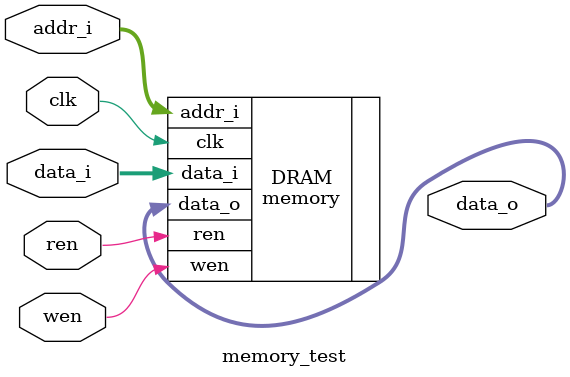
<source format=sv>
module memory_test #(
    parameter WIDTH = 32,
    parameter MEM_SIZE = 4096
) (
    input logic clk,
    input logic ren,
    input logic wen,
    input logic [WIDTH-1:0] addr_i,
    input logic [WIDTH-1:0] data_i,
    output logic [WIDTH-1:0] data_o
);

  memory #(
      .WIDTH(WIDTH),
      .MEM_SIZE(MEM_SIZE)
  ) DRAM (
      .clk(clk),
      .ren(ren),
      .wen(wen),
      .addr_i(addr_i),
      .data_i(data_i),
      .data_o(data_o)
  );

endmodule

</source>
